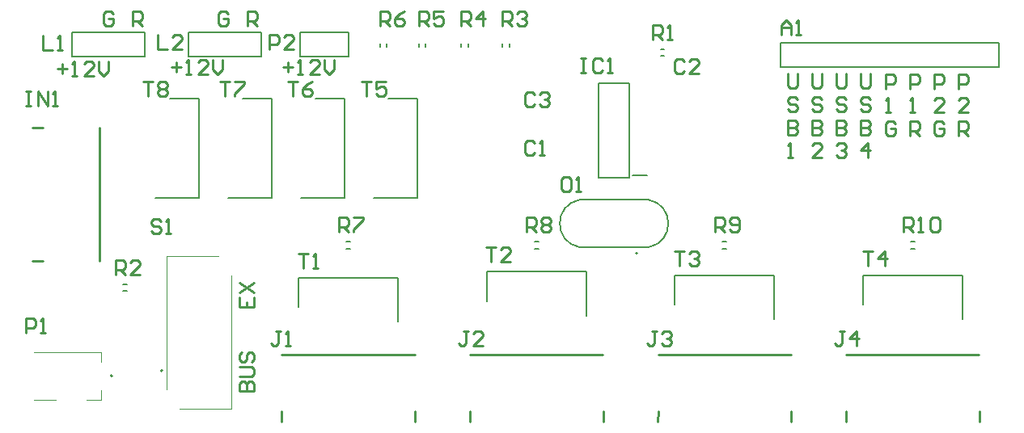
<source format=gto>
G04*
G04 #@! TF.GenerationSoftware,Altium Limited,Altium Designer,18.1.7 (191)*
G04*
G04 Layer_Color=65535*
%FSLAX23Y23*%
%MOIN*%
G70*
G01*
G75*
%ADD10C,0.008*%
%ADD11C,0.004*%
%ADD12C,0.010*%
D10*
X610Y267D02*
G03*
X610Y259I0J-4D01*
G01*
D02*
G03*
X610Y267I0J4D01*
G01*
X403Y237D02*
G03*
X403Y245I0J4D01*
G01*
D02*
G03*
X403Y237I0J-4D01*
G01*
X2333Y968D02*
G03*
X2333Y772I18J-98D01*
G01*
X2617D02*
G03*
X2617Y968I-18J98D01*
G01*
X2571Y747D02*
G03*
X2571Y747I-3J0D01*
G01*
X585Y975D02*
X766D01*
Y1385D01*
X645D02*
X766D01*
X885Y975D02*
X1066D01*
Y1385D01*
X945D02*
X1066D01*
X1185Y975D02*
X1366D01*
Y1385D01*
X1245D02*
X1366D01*
X1485Y975D02*
X1666D01*
Y1385D01*
X1545D02*
X1666D01*
X3910Y475D02*
Y656D01*
X3501D02*
X3910D01*
X3501Y535D02*
Y656D01*
X3135Y475D02*
Y656D01*
X2725D02*
X3135D01*
X2725Y535D02*
Y656D01*
X2360Y490D02*
Y671D01*
X1950D02*
X2360D01*
X1950Y550D02*
Y671D01*
X1584Y465D02*
Y646D01*
X1175D02*
X1584D01*
X1175Y525D02*
Y646D01*
X3698Y766D02*
X3714D01*
X3698Y794D02*
X3714D01*
X2922Y766D02*
X2938D01*
X2922Y794D02*
X2938D01*
X2147Y766D02*
X2163D01*
X2147Y794D02*
X2163D01*
X1371Y766D02*
X1387D01*
X1371Y794D02*
X1387D01*
X1539Y1598D02*
Y1613D01*
X1511Y1598D02*
Y1613D01*
X1699Y1598D02*
Y1613D01*
X1671Y1598D02*
Y1613D01*
X1874Y1598D02*
Y1613D01*
X1846Y1598D02*
Y1613D01*
X2044Y1598D02*
Y1613D01*
X2016Y1598D02*
Y1613D01*
X452Y619D02*
X468D01*
X452Y591D02*
X468D01*
X2667Y1561D02*
X2682D01*
X2667Y1589D02*
X2682D01*
X1380Y1560D02*
Y1660D01*
X1180Y1560D02*
X1380D01*
X1180D02*
Y1660D01*
X1380D01*
X2333Y968D02*
X2617D01*
X2333Y772D02*
X2617D01*
X720Y1660D02*
X1020D01*
X720Y1560D02*
Y1660D01*
Y1560D02*
X1020D01*
Y1660D01*
X240D02*
X540D01*
X240Y1560D02*
Y1660D01*
Y1560D02*
X540D01*
Y1660D01*
X2412Y1060D02*
X2538D01*
X2412D02*
Y1450D01*
X2538D01*
Y1060D02*
Y1450D01*
X2552Y1069D02*
X2612D01*
X4060Y1515D02*
Y1615D01*
X3160Y1515D02*
X4060D01*
X3160D02*
Y1615D01*
X4060D01*
D11*
X630Y735D02*
X843D01*
X630Y184D02*
Y735D01*
X685Y105D02*
X898D01*
Y656D01*
X360Y300D02*
Y340D01*
X85D02*
X360D01*
X301Y143D02*
X360D01*
Y182D01*
X85Y141D02*
X175D01*
D12*
X3981Y53D02*
Y96D01*
X3431Y53D02*
X3432Y96D01*
Y330D02*
X3979D01*
X3205Y53D02*
Y96D01*
X2655Y53D02*
X2657Y96D01*
Y330D02*
X3204D01*
X2430Y53D02*
Y96D01*
X1880Y53D02*
X1881Y96D01*
Y330D02*
X2428D01*
X1654Y53D02*
Y96D01*
X1104Y53D02*
X1106Y96D01*
Y330D02*
X1653D01*
X78Y716D02*
X121D01*
X78Y1266D02*
X121Y1264D01*
X355Y717D02*
Y1264D01*
X3895Y1424D02*
Y1484D01*
X3925D01*
X3935Y1474D01*
Y1454D01*
X3925Y1444D01*
X3895D01*
X3935Y1328D02*
X3895D01*
X3935Y1368D01*
Y1378D01*
X3925Y1388D01*
X3905D01*
X3895Y1378D01*
Y1232D02*
Y1292D01*
X3925D01*
X3935Y1282D01*
Y1262D01*
X3925Y1252D01*
X3895D01*
X3915D02*
X3935Y1232D01*
X3794Y1424D02*
Y1484D01*
X3824D01*
X3834Y1474D01*
Y1454D01*
X3824Y1444D01*
X3794D01*
X3834Y1328D02*
X3794D01*
X3834Y1368D01*
Y1378D01*
X3824Y1388D01*
X3804D01*
X3794Y1378D01*
X3834Y1282D02*
X3824Y1292D01*
X3804D01*
X3794Y1282D01*
Y1242D01*
X3804Y1232D01*
X3824D01*
X3834Y1242D01*
Y1262D01*
X3814D01*
X3694Y1424D02*
Y1484D01*
X3724D01*
X3734Y1474D01*
Y1454D01*
X3724Y1444D01*
X3694D01*
Y1328D02*
X3714D01*
X3704D01*
Y1388D01*
X3694Y1378D01*
Y1232D02*
Y1292D01*
X3724D01*
X3734Y1282D01*
Y1262D01*
X3724Y1252D01*
X3694D01*
X3714D02*
X3734Y1232D01*
X3593Y1424D02*
Y1484D01*
X3623D01*
X3633Y1474D01*
Y1454D01*
X3623Y1444D01*
X3593D01*
Y1328D02*
X3613D01*
X3603D01*
Y1388D01*
X3593Y1378D01*
X3633Y1282D02*
X3623Y1292D01*
X3603D01*
X3593Y1282D01*
Y1242D01*
X3603Y1232D01*
X3623D01*
X3633Y1242D01*
Y1262D01*
X3613D01*
X3492Y1489D02*
Y1439D01*
X3502Y1429D01*
X3522D01*
X3532Y1439D01*
Y1489D01*
Y1383D02*
X3522Y1393D01*
X3502D01*
X3492Y1383D01*
Y1373D01*
X3502Y1363D01*
X3522D01*
X3532Y1353D01*
Y1343D01*
X3522Y1333D01*
X3502D01*
X3492Y1343D01*
Y1297D02*
Y1237D01*
X3522D01*
X3532Y1247D01*
Y1257D01*
X3522Y1267D01*
X3492D01*
X3522D01*
X3532Y1277D01*
Y1287D01*
X3522Y1297D01*
X3492D01*
X3522Y1141D02*
Y1201D01*
X3492Y1171D01*
X3532D01*
X3391Y1489D02*
Y1439D01*
X3401Y1429D01*
X3421D01*
X3431Y1439D01*
Y1489D01*
Y1383D02*
X3421Y1393D01*
X3401D01*
X3391Y1383D01*
Y1373D01*
X3401Y1363D01*
X3421D01*
X3431Y1353D01*
Y1343D01*
X3421Y1333D01*
X3401D01*
X3391Y1343D01*
Y1297D02*
Y1237D01*
X3421D01*
X3431Y1247D01*
Y1257D01*
X3421Y1267D01*
X3391D01*
X3421D01*
X3431Y1277D01*
Y1287D01*
X3421Y1297D01*
X3391D01*
Y1191D02*
X3401Y1201D01*
X3421D01*
X3431Y1191D01*
Y1181D01*
X3421Y1171D01*
X3411D01*
X3421D01*
X3431Y1161D01*
Y1151D01*
X3421Y1141D01*
X3401D01*
X3391Y1151D01*
X3291Y1489D02*
Y1439D01*
X3301Y1429D01*
X3321D01*
X3331Y1439D01*
Y1489D01*
Y1383D02*
X3321Y1393D01*
X3301D01*
X3291Y1383D01*
Y1373D01*
X3301Y1363D01*
X3321D01*
X3331Y1353D01*
Y1343D01*
X3321Y1333D01*
X3301D01*
X3291Y1343D01*
Y1297D02*
Y1237D01*
X3321D01*
X3331Y1247D01*
Y1257D01*
X3321Y1267D01*
X3291D01*
X3321D01*
X3331Y1277D01*
Y1287D01*
X3321Y1297D01*
X3291D01*
X3331Y1141D02*
X3291D01*
X3331Y1181D01*
Y1191D01*
X3321Y1201D01*
X3301D01*
X3291Y1191D01*
X3190Y1489D02*
Y1439D01*
X3200Y1429D01*
X3220D01*
X3230Y1439D01*
Y1489D01*
Y1383D02*
X3220Y1393D01*
X3200D01*
X3190Y1383D01*
Y1373D01*
X3200Y1363D01*
X3220D01*
X3230Y1353D01*
Y1343D01*
X3220Y1333D01*
X3200D01*
X3190Y1343D01*
Y1297D02*
Y1237D01*
X3220D01*
X3230Y1247D01*
Y1257D01*
X3220Y1267D01*
X3190D01*
X3220D01*
X3230Y1277D01*
Y1287D01*
X3220Y1297D01*
X3190D01*
Y1141D02*
X3210D01*
X3200D01*
Y1201D01*
X3190Y1191D01*
X930Y565D02*
Y525D01*
X990D01*
Y565D01*
X960Y525D02*
Y545D01*
X930Y585D02*
X990Y625D01*
X930D02*
X990Y585D01*
X930Y178D02*
X990D01*
Y208D01*
X980Y218D01*
X970D01*
X960Y208D01*
Y178D01*
Y208D01*
X950Y218D01*
X940D01*
X930Y208D01*
Y178D01*
Y238D02*
X980D01*
X990Y248D01*
Y268D01*
X980Y278D01*
X930D01*
X940Y338D02*
X930Y328D01*
Y308D01*
X940Y298D01*
X950D01*
X960Y308D01*
Y328D01*
X970Y338D01*
X980D01*
X990Y328D01*
Y308D01*
X980Y298D01*
X1110Y1515D02*
X1150D01*
X1130Y1535D02*
Y1495D01*
X1170Y1485D02*
X1190D01*
X1180D01*
Y1545D01*
X1170Y1535D01*
X1260Y1485D02*
X1220D01*
X1260Y1525D01*
Y1535D01*
X1250Y1545D01*
X1230D01*
X1220Y1535D01*
X1280Y1545D02*
Y1505D01*
X1300Y1485D01*
X1320Y1505D01*
Y1545D01*
X885Y1735D02*
X875Y1745D01*
X855D01*
X845Y1735D01*
Y1695D01*
X855Y1685D01*
X875D01*
X885Y1695D01*
Y1715D01*
X865D01*
X965Y1685D02*
Y1745D01*
X995D01*
X1005Y1735D01*
Y1715D01*
X995Y1705D01*
X965D01*
X985D02*
X1005Y1685D01*
X410Y1735D02*
X400Y1745D01*
X380D01*
X370Y1735D01*
Y1695D01*
X380Y1685D01*
X400D01*
X410Y1695D01*
Y1715D01*
X390D01*
X490Y1685D02*
Y1745D01*
X520D01*
X530Y1735D01*
Y1715D01*
X520Y1705D01*
X490D01*
X510D02*
X530Y1685D01*
X650Y1515D02*
X690D01*
X670Y1535D02*
Y1495D01*
X710Y1485D02*
X730D01*
X720D01*
Y1545D01*
X710Y1535D01*
X800Y1485D02*
X760D01*
X800Y1525D01*
Y1535D01*
X790Y1545D01*
X770D01*
X760Y1535D01*
X820Y1545D02*
Y1505D01*
X840Y1485D01*
X860Y1505D01*
Y1545D01*
X180Y1510D02*
X220D01*
X200Y1530D02*
Y1490D01*
X240Y1480D02*
X260D01*
X250D01*
Y1540D01*
X240Y1530D01*
X330Y1480D02*
X290D01*
X330Y1520D01*
Y1530D01*
X320Y1540D01*
X300D01*
X290Y1530D01*
X350Y1540D02*
Y1500D01*
X370Y1480D01*
X390Y1500D01*
Y1540D01*
X535Y1455D02*
X575D01*
X555D01*
Y1395D01*
X595Y1445D02*
X605Y1455D01*
X625D01*
X635Y1445D01*
Y1435D01*
X625Y1425D01*
X635Y1415D01*
Y1405D01*
X625Y1395D01*
X605D01*
X595Y1405D01*
Y1415D01*
X605Y1425D01*
X595Y1435D01*
Y1445D01*
X605Y1425D02*
X625D01*
X850Y1455D02*
X890D01*
X870D01*
Y1395D01*
X910Y1455D02*
X950D01*
Y1445D01*
X910Y1405D01*
Y1395D01*
X1130Y1455D02*
X1170D01*
X1150D01*
Y1395D01*
X1230Y1455D02*
X1210Y1445D01*
X1190Y1425D01*
Y1405D01*
X1200Y1395D01*
X1220D01*
X1230Y1405D01*
Y1415D01*
X1220Y1425D01*
X1190D01*
X1435Y1455D02*
X1475D01*
X1455D01*
Y1395D01*
X1535Y1455D02*
X1495D01*
Y1425D01*
X1515Y1435D01*
X1525D01*
X1535Y1425D01*
Y1405D01*
X1525Y1395D01*
X1505D01*
X1495Y1405D01*
X3500Y757D02*
X3540D01*
X3520D01*
Y697D01*
X3590D02*
Y757D01*
X3560Y727D01*
X3600D01*
X2724Y757D02*
X2764D01*
X2744D01*
Y697D01*
X2784Y747D02*
X2794Y757D01*
X2814D01*
X2824Y747D01*
Y737D01*
X2814Y727D01*
X2804D01*
X2814D01*
X2824Y717D01*
Y707D01*
X2814Y697D01*
X2794D01*
X2784Y707D01*
X1949Y772D02*
X1989D01*
X1969D01*
Y712D01*
X2049D02*
X2009D01*
X2049Y752D01*
Y762D01*
X2039Y772D01*
X2019D01*
X2009Y762D01*
X1174Y747D02*
X1214D01*
X1194D01*
Y687D01*
X1234D02*
X1254D01*
X1244D01*
Y747D01*
X1234Y737D01*
X3667Y834D02*
Y894D01*
X3697D01*
X3707Y884D01*
Y864D01*
X3697Y854D01*
X3667D01*
X3687D02*
X3707Y834D01*
X3727D02*
X3747D01*
X3737D01*
Y894D01*
X3727Y884D01*
X3777D02*
X3787Y894D01*
X3807D01*
X3817Y884D01*
Y844D01*
X3807Y834D01*
X3787D01*
X3777Y844D01*
Y884D01*
X2891Y834D02*
Y894D01*
X2921D01*
X2931Y884D01*
Y864D01*
X2921Y854D01*
X2891D01*
X2911D02*
X2931Y834D01*
X2951Y844D02*
X2961Y834D01*
X2981D01*
X2991Y844D01*
Y884D01*
X2981Y894D01*
X2961D01*
X2951Y884D01*
Y874D01*
X2961Y864D01*
X2991D01*
X2116Y834D02*
Y894D01*
X2146D01*
X2156Y884D01*
Y864D01*
X2146Y854D01*
X2116D01*
X2136D02*
X2156Y834D01*
X2176Y884D02*
X2186Y894D01*
X2206D01*
X2216Y884D01*
Y874D01*
X2206Y864D01*
X2216Y854D01*
Y844D01*
X2206Y834D01*
X2186D01*
X2176Y844D01*
Y854D01*
X2186Y864D01*
X2176Y874D01*
Y884D01*
X2186Y864D02*
X2206D01*
X1340Y834D02*
Y894D01*
X1370D01*
X1380Y884D01*
Y864D01*
X1370Y854D01*
X1340D01*
X1360D02*
X1380Y834D01*
X1400Y894D02*
X1440D01*
Y884D01*
X1400Y844D01*
Y834D01*
X1511Y1685D02*
Y1745D01*
X1541D01*
X1551Y1735D01*
Y1715D01*
X1541Y1705D01*
X1511D01*
X1531D02*
X1551Y1685D01*
X1611Y1745D02*
X1591Y1735D01*
X1571Y1715D01*
Y1695D01*
X1581Y1685D01*
X1601D01*
X1611Y1695D01*
Y1705D01*
X1601Y1715D01*
X1571D01*
X1671Y1685D02*
Y1745D01*
X1701D01*
X1711Y1735D01*
Y1715D01*
X1701Y1705D01*
X1671D01*
X1691D02*
X1711Y1685D01*
X1771Y1745D02*
X1731D01*
Y1715D01*
X1751Y1725D01*
X1761D01*
X1771Y1715D01*
Y1695D01*
X1761Y1685D01*
X1741D01*
X1731Y1695D01*
X1846Y1684D02*
Y1744D01*
X1876D01*
X1886Y1734D01*
Y1714D01*
X1876Y1704D01*
X1846D01*
X1866D02*
X1886Y1684D01*
X1936D02*
Y1744D01*
X1906Y1714D01*
X1946D01*
X2016Y1684D02*
Y1744D01*
X2046D01*
X2056Y1734D01*
Y1714D01*
X2046Y1704D01*
X2016D01*
X2036D02*
X2056Y1684D01*
X2076Y1734D02*
X2086Y1744D01*
X2106D01*
X2116Y1734D01*
Y1724D01*
X2106Y1714D01*
X2096D01*
X2106D01*
X2116Y1704D01*
Y1694D01*
X2106Y1684D01*
X2086D01*
X2076Y1694D01*
X421Y659D02*
Y719D01*
X451D01*
X461Y709D01*
Y689D01*
X451Y679D01*
X421D01*
X441D02*
X461Y659D01*
X520D02*
X481D01*
X520Y699D01*
Y709D01*
X510Y719D01*
X491D01*
X481Y709D01*
X1055Y1590D02*
Y1650D01*
X1085D01*
X1095Y1640D01*
Y1620D01*
X1085Y1610D01*
X1055D01*
X1155Y1590D02*
X1115D01*
X1155Y1630D01*
Y1640D01*
X1145Y1650D01*
X1125D01*
X1115Y1640D01*
X2288Y1062D02*
X2268D01*
X2258Y1052D01*
Y1012D01*
X2268Y1002D01*
X2288D01*
X2298Y1012D01*
Y1052D01*
X2288Y1062D01*
X2318Y1002D02*
X2338D01*
X2328D01*
Y1062D01*
X2318Y1052D01*
X595Y1650D02*
Y1590D01*
X635D01*
X695D02*
X655D01*
X695Y1630D01*
Y1640D01*
X685Y1650D01*
X665D01*
X655Y1640D01*
X121Y1645D02*
Y1585D01*
X161D01*
X181D02*
X201D01*
X191D01*
Y1645D01*
X181Y1635D01*
X3166Y1649D02*
Y1689D01*
X3186Y1709D01*
X3206Y1689D01*
Y1649D01*
Y1679D01*
X3166D01*
X3226Y1649D02*
X3246D01*
X3236D01*
Y1709D01*
X3226Y1699D01*
X50Y420D02*
Y480D01*
X80D01*
X90Y470D01*
Y450D01*
X80Y440D01*
X50D01*
X110Y420D02*
X130D01*
X120D01*
Y480D01*
X110Y470D01*
X607Y878D02*
X597Y888D01*
X577D01*
X567Y878D01*
Y868D01*
X577Y858D01*
X597D01*
X607Y848D01*
Y838D01*
X597Y828D01*
X577D01*
X567Y838D01*
X627Y828D02*
X647D01*
X637D01*
Y888D01*
X627Y878D01*
X2635Y1629D02*
Y1689D01*
X2665D01*
X2675Y1679D01*
Y1659D01*
X2665Y1649D01*
X2635D01*
X2655D02*
X2675Y1629D01*
X2695D02*
X2715D01*
X2705D01*
Y1689D01*
X2695Y1679D01*
X50Y1415D02*
X70D01*
X60D01*
Y1355D01*
X50D01*
X70D01*
X100D02*
Y1415D01*
X140Y1355D01*
Y1415D01*
X160Y1355D02*
X180D01*
X170D01*
Y1415D01*
X160Y1405D01*
X3426Y425D02*
X3406D01*
X3416D01*
Y375D01*
X3406Y365D01*
X3396D01*
X3386Y375D01*
X3476Y365D02*
Y425D01*
X3446Y395D01*
X3486D01*
X2651Y425D02*
X2631D01*
X2641D01*
Y375D01*
X2631Y365D01*
X2621D01*
X2611Y375D01*
X2671Y415D02*
X2681Y425D01*
X2701D01*
X2711Y415D01*
Y405D01*
X2701Y395D01*
X2691D01*
X2701D01*
X2711Y385D01*
Y375D01*
X2701Y365D01*
X2681D01*
X2671Y375D01*
X1875Y425D02*
X1855D01*
X1865D01*
Y375D01*
X1855Y365D01*
X1845D01*
X1835Y375D01*
X1935Y365D02*
X1895D01*
X1935Y405D01*
Y415D01*
X1925Y425D01*
X1905D01*
X1895Y415D01*
X1100Y425D02*
X1080D01*
X1090D01*
Y375D01*
X1080Y365D01*
X1070D01*
X1060Y375D01*
X1120Y365D02*
X1140D01*
X1130D01*
Y425D01*
X1120Y415D01*
X2337Y1553D02*
X2357D01*
X2347D01*
Y1493D01*
X2337D01*
X2357D01*
X2427Y1543D02*
X2417Y1553D01*
X2397D01*
X2387Y1543D01*
Y1503D01*
X2397Y1493D01*
X2417D01*
X2427Y1503D01*
X2447Y1493D02*
X2467D01*
X2457D01*
Y1553D01*
X2447Y1543D01*
X2149Y1403D02*
X2139Y1413D01*
X2119D01*
X2109Y1403D01*
Y1363D01*
X2119Y1353D01*
X2139D01*
X2149Y1363D01*
X2169Y1403D02*
X2179Y1413D01*
X2199D01*
X2209Y1403D01*
Y1393D01*
X2199Y1383D01*
X2189D01*
X2199D01*
X2209Y1373D01*
Y1363D01*
X2199Y1353D01*
X2179D01*
X2169Y1363D01*
X2763Y1538D02*
X2753Y1548D01*
X2733D01*
X2723Y1538D01*
Y1498D01*
X2733Y1488D01*
X2753D01*
X2763Y1498D01*
X2823Y1488D02*
X2783D01*
X2823Y1528D01*
Y1538D01*
X2813Y1548D01*
X2793D01*
X2783Y1538D01*
X2148Y1203D02*
X2138Y1213D01*
X2118D01*
X2108Y1203D01*
Y1163D01*
X2118Y1153D01*
X2138D01*
X2148Y1163D01*
X2168Y1153D02*
X2188D01*
X2178D01*
Y1213D01*
X2168Y1203D01*
M02*

</source>
